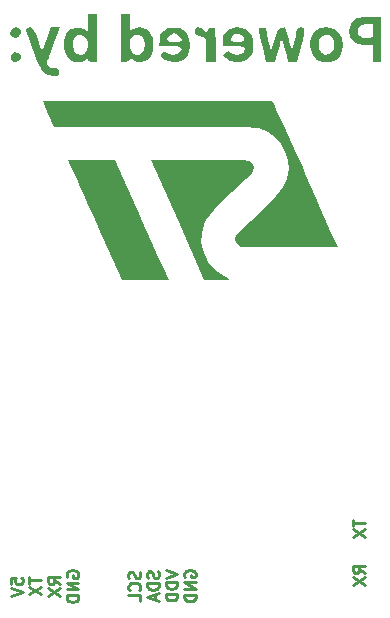
<source format=gbr>
%TF.GenerationSoftware,KiCad,Pcbnew,8.0.2*%
%TF.CreationDate,2024-07-15T20:50:26+07:00*%
%TF.ProjectId,chroma-pixel-h743,6368726f-6d61-42d7-9069-78656c2d6837,rev?*%
%TF.SameCoordinates,Original*%
%TF.FileFunction,Legend,Bot*%
%TF.FilePolarity,Positive*%
%FSLAX46Y46*%
G04 Gerber Fmt 4.6, Leading zero omitted, Abs format (unit mm)*
G04 Created by KiCad (PCBNEW 8.0.2) date 2024-07-15 20:50:26*
%MOMM*%
%LPD*%
G01*
G04 APERTURE LIST*
%ADD10C,0.250000*%
%ADD11C,0.300000*%
%ADD12C,0.000000*%
G04 APERTURE END LIST*
D10*
X141015600Y-123240149D02*
X141063219Y-123383006D01*
X141063219Y-123383006D02*
X141063219Y-123621101D01*
X141063219Y-123621101D02*
X141015600Y-123716339D01*
X141015600Y-123716339D02*
X140967980Y-123763958D01*
X140967980Y-123763958D02*
X140872742Y-123811577D01*
X140872742Y-123811577D02*
X140777504Y-123811577D01*
X140777504Y-123811577D02*
X140682266Y-123763958D01*
X140682266Y-123763958D02*
X140634647Y-123716339D01*
X140634647Y-123716339D02*
X140587028Y-123621101D01*
X140587028Y-123621101D02*
X140539409Y-123430625D01*
X140539409Y-123430625D02*
X140491790Y-123335387D01*
X140491790Y-123335387D02*
X140444171Y-123287768D01*
X140444171Y-123287768D02*
X140348933Y-123240149D01*
X140348933Y-123240149D02*
X140253695Y-123240149D01*
X140253695Y-123240149D02*
X140158457Y-123287768D01*
X140158457Y-123287768D02*
X140110838Y-123335387D01*
X140110838Y-123335387D02*
X140063219Y-123430625D01*
X140063219Y-123430625D02*
X140063219Y-123668720D01*
X140063219Y-123668720D02*
X140110838Y-123811577D01*
X141063219Y-124240149D02*
X140063219Y-124240149D01*
X140063219Y-124240149D02*
X140063219Y-124478244D01*
X140063219Y-124478244D02*
X140110838Y-124621101D01*
X140110838Y-124621101D02*
X140206076Y-124716339D01*
X140206076Y-124716339D02*
X140301314Y-124763958D01*
X140301314Y-124763958D02*
X140491790Y-124811577D01*
X140491790Y-124811577D02*
X140634647Y-124811577D01*
X140634647Y-124811577D02*
X140825123Y-124763958D01*
X140825123Y-124763958D02*
X140920361Y-124716339D01*
X140920361Y-124716339D02*
X141015600Y-124621101D01*
X141015600Y-124621101D02*
X141063219Y-124478244D01*
X141063219Y-124478244D02*
X141063219Y-124240149D01*
X140777504Y-125192530D02*
X140777504Y-125668720D01*
X141063219Y-125097292D02*
X140063219Y-125430625D01*
X140063219Y-125430625D02*
X141063219Y-125763958D01*
X132681219Y-124316396D02*
X132205028Y-123983063D01*
X132681219Y-123744968D02*
X131681219Y-123744968D01*
X131681219Y-123744968D02*
X131681219Y-124125920D01*
X131681219Y-124125920D02*
X131728838Y-124221158D01*
X131728838Y-124221158D02*
X131776457Y-124268777D01*
X131776457Y-124268777D02*
X131871695Y-124316396D01*
X131871695Y-124316396D02*
X132014552Y-124316396D01*
X132014552Y-124316396D02*
X132109790Y-124268777D01*
X132109790Y-124268777D02*
X132157409Y-124221158D01*
X132157409Y-124221158D02*
X132205028Y-124125920D01*
X132205028Y-124125920D02*
X132205028Y-123744968D01*
X131681219Y-124649730D02*
X132681219Y-125316396D01*
X131681219Y-125316396D02*
X132681219Y-124649730D01*
X130106419Y-123721158D02*
X130106419Y-124292586D01*
X131106419Y-124006872D02*
X130106419Y-124006872D01*
X130106419Y-124530682D02*
X131106419Y-125197348D01*
X130106419Y-125197348D02*
X131106419Y-124530682D01*
X143260438Y-123692530D02*
X143212819Y-123597292D01*
X143212819Y-123597292D02*
X143212819Y-123454435D01*
X143212819Y-123454435D02*
X143260438Y-123311578D01*
X143260438Y-123311578D02*
X143355676Y-123216340D01*
X143355676Y-123216340D02*
X143450914Y-123168721D01*
X143450914Y-123168721D02*
X143641390Y-123121102D01*
X143641390Y-123121102D02*
X143784247Y-123121102D01*
X143784247Y-123121102D02*
X143974723Y-123168721D01*
X143974723Y-123168721D02*
X144069961Y-123216340D01*
X144069961Y-123216340D02*
X144165200Y-123311578D01*
X144165200Y-123311578D02*
X144212819Y-123454435D01*
X144212819Y-123454435D02*
X144212819Y-123549673D01*
X144212819Y-123549673D02*
X144165200Y-123692530D01*
X144165200Y-123692530D02*
X144117580Y-123740149D01*
X144117580Y-123740149D02*
X143784247Y-123740149D01*
X143784247Y-123740149D02*
X143784247Y-123549673D01*
X144212819Y-124168721D02*
X143212819Y-124168721D01*
X143212819Y-124168721D02*
X144212819Y-124740149D01*
X144212819Y-124740149D02*
X143212819Y-124740149D01*
X144212819Y-125216340D02*
X143212819Y-125216340D01*
X143212819Y-125216340D02*
X143212819Y-125454435D01*
X143212819Y-125454435D02*
X143260438Y-125597292D01*
X143260438Y-125597292D02*
X143355676Y-125692530D01*
X143355676Y-125692530D02*
X143450914Y-125740149D01*
X143450914Y-125740149D02*
X143641390Y-125787768D01*
X143641390Y-125787768D02*
X143784247Y-125787768D01*
X143784247Y-125787768D02*
X143974723Y-125740149D01*
X143974723Y-125740149D02*
X144069961Y-125692530D01*
X144069961Y-125692530D02*
X144165200Y-125597292D01*
X144165200Y-125597292D02*
X144212819Y-125454435D01*
X144212819Y-125454435D02*
X144212819Y-125216340D01*
X139440800Y-123263959D02*
X139488419Y-123406816D01*
X139488419Y-123406816D02*
X139488419Y-123644911D01*
X139488419Y-123644911D02*
X139440800Y-123740149D01*
X139440800Y-123740149D02*
X139393180Y-123787768D01*
X139393180Y-123787768D02*
X139297942Y-123835387D01*
X139297942Y-123835387D02*
X139202704Y-123835387D01*
X139202704Y-123835387D02*
X139107466Y-123787768D01*
X139107466Y-123787768D02*
X139059847Y-123740149D01*
X139059847Y-123740149D02*
X139012228Y-123644911D01*
X139012228Y-123644911D02*
X138964609Y-123454435D01*
X138964609Y-123454435D02*
X138916990Y-123359197D01*
X138916990Y-123359197D02*
X138869371Y-123311578D01*
X138869371Y-123311578D02*
X138774133Y-123263959D01*
X138774133Y-123263959D02*
X138678895Y-123263959D01*
X138678895Y-123263959D02*
X138583657Y-123311578D01*
X138583657Y-123311578D02*
X138536038Y-123359197D01*
X138536038Y-123359197D02*
X138488419Y-123454435D01*
X138488419Y-123454435D02*
X138488419Y-123692530D01*
X138488419Y-123692530D02*
X138536038Y-123835387D01*
X139393180Y-124835387D02*
X139440800Y-124787768D01*
X139440800Y-124787768D02*
X139488419Y-124644911D01*
X139488419Y-124644911D02*
X139488419Y-124549673D01*
X139488419Y-124549673D02*
X139440800Y-124406816D01*
X139440800Y-124406816D02*
X139345561Y-124311578D01*
X139345561Y-124311578D02*
X139250323Y-124263959D01*
X139250323Y-124263959D02*
X139059847Y-124216340D01*
X139059847Y-124216340D02*
X138916990Y-124216340D01*
X138916990Y-124216340D02*
X138726514Y-124263959D01*
X138726514Y-124263959D02*
X138631276Y-124311578D01*
X138631276Y-124311578D02*
X138536038Y-124406816D01*
X138536038Y-124406816D02*
X138488419Y-124549673D01*
X138488419Y-124549673D02*
X138488419Y-124644911D01*
X138488419Y-124644911D02*
X138536038Y-124787768D01*
X138536038Y-124787768D02*
X138583657Y-124835387D01*
X139488419Y-125740149D02*
X139488419Y-125263959D01*
X139488419Y-125263959D02*
X138488419Y-125263959D01*
X128531619Y-124292586D02*
X128531619Y-123816396D01*
X128531619Y-123816396D02*
X129007809Y-123768777D01*
X129007809Y-123768777D02*
X128960190Y-123816396D01*
X128960190Y-123816396D02*
X128912571Y-123911634D01*
X128912571Y-123911634D02*
X128912571Y-124149729D01*
X128912571Y-124149729D02*
X128960190Y-124244967D01*
X128960190Y-124244967D02*
X129007809Y-124292586D01*
X129007809Y-124292586D02*
X129103047Y-124340205D01*
X129103047Y-124340205D02*
X129341142Y-124340205D01*
X129341142Y-124340205D02*
X129436380Y-124292586D01*
X129436380Y-124292586D02*
X129484000Y-124244967D01*
X129484000Y-124244967D02*
X129531619Y-124149729D01*
X129531619Y-124149729D02*
X129531619Y-123911634D01*
X129531619Y-123911634D02*
X129484000Y-123816396D01*
X129484000Y-123816396D02*
X129436380Y-123768777D01*
X128531619Y-124625920D02*
X129531619Y-124959253D01*
X129531619Y-124959253D02*
X128531619Y-125292586D01*
X133303638Y-123721158D02*
X133256019Y-123625920D01*
X133256019Y-123625920D02*
X133256019Y-123483063D01*
X133256019Y-123483063D02*
X133303638Y-123340206D01*
X133303638Y-123340206D02*
X133398876Y-123244968D01*
X133398876Y-123244968D02*
X133494114Y-123197349D01*
X133494114Y-123197349D02*
X133684590Y-123149730D01*
X133684590Y-123149730D02*
X133827447Y-123149730D01*
X133827447Y-123149730D02*
X134017923Y-123197349D01*
X134017923Y-123197349D02*
X134113161Y-123244968D01*
X134113161Y-123244968D02*
X134208400Y-123340206D01*
X134208400Y-123340206D02*
X134256019Y-123483063D01*
X134256019Y-123483063D02*
X134256019Y-123578301D01*
X134256019Y-123578301D02*
X134208400Y-123721158D01*
X134208400Y-123721158D02*
X134160780Y-123768777D01*
X134160780Y-123768777D02*
X133827447Y-123768777D01*
X133827447Y-123768777D02*
X133827447Y-123578301D01*
X134256019Y-124197349D02*
X133256019Y-124197349D01*
X133256019Y-124197349D02*
X134256019Y-124768777D01*
X134256019Y-124768777D02*
X133256019Y-124768777D01*
X134256019Y-125244968D02*
X133256019Y-125244968D01*
X133256019Y-125244968D02*
X133256019Y-125483063D01*
X133256019Y-125483063D02*
X133303638Y-125625920D01*
X133303638Y-125625920D02*
X133398876Y-125721158D01*
X133398876Y-125721158D02*
X133494114Y-125768777D01*
X133494114Y-125768777D02*
X133684590Y-125816396D01*
X133684590Y-125816396D02*
X133827447Y-125816396D01*
X133827447Y-125816396D02*
X134017923Y-125768777D01*
X134017923Y-125768777D02*
X134113161Y-125721158D01*
X134113161Y-125721158D02*
X134208400Y-125625920D01*
X134208400Y-125625920D02*
X134256019Y-125483063D01*
X134256019Y-125483063D02*
X134256019Y-125244968D01*
X141638019Y-123121102D02*
X142638019Y-123454435D01*
X142638019Y-123454435D02*
X141638019Y-123787768D01*
X142638019Y-124121102D02*
X141638019Y-124121102D01*
X141638019Y-124121102D02*
X141638019Y-124359197D01*
X141638019Y-124359197D02*
X141685638Y-124502054D01*
X141685638Y-124502054D02*
X141780876Y-124597292D01*
X141780876Y-124597292D02*
X141876114Y-124644911D01*
X141876114Y-124644911D02*
X142066590Y-124692530D01*
X142066590Y-124692530D02*
X142209447Y-124692530D01*
X142209447Y-124692530D02*
X142399923Y-124644911D01*
X142399923Y-124644911D02*
X142495161Y-124597292D01*
X142495161Y-124597292D02*
X142590400Y-124502054D01*
X142590400Y-124502054D02*
X142638019Y-124359197D01*
X142638019Y-124359197D02*
X142638019Y-124121102D01*
X142638019Y-125121102D02*
X141638019Y-125121102D01*
X141638019Y-125121102D02*
X141638019Y-125359197D01*
X141638019Y-125359197D02*
X141685638Y-125502054D01*
X141685638Y-125502054D02*
X141780876Y-125597292D01*
X141780876Y-125597292D02*
X141876114Y-125644911D01*
X141876114Y-125644911D02*
X142066590Y-125692530D01*
X142066590Y-125692530D02*
X142209447Y-125692530D01*
X142209447Y-125692530D02*
X142399923Y-125644911D01*
X142399923Y-125644911D02*
X142495161Y-125597292D01*
X142495161Y-125597292D02*
X142590400Y-125502054D01*
X142590400Y-125502054D02*
X142638019Y-125359197D01*
X142638019Y-125359197D02*
X142638019Y-125121102D01*
X157513019Y-118863168D02*
X157513019Y-119434596D01*
X158513019Y-119148882D02*
X157513019Y-119148882D01*
X157513019Y-119672692D02*
X158513019Y-120339358D01*
X157513019Y-120339358D02*
X158513019Y-119672692D01*
X158513019Y-123358406D02*
X158036828Y-123025073D01*
X158513019Y-122786978D02*
X157513019Y-122786978D01*
X157513019Y-122786978D02*
X157513019Y-123167930D01*
X157513019Y-123167930D02*
X157560638Y-123263168D01*
X157560638Y-123263168D02*
X157608257Y-123310787D01*
X157608257Y-123310787D02*
X157703495Y-123358406D01*
X157703495Y-123358406D02*
X157846352Y-123358406D01*
X157846352Y-123358406D02*
X157941590Y-123310787D01*
X157941590Y-123310787D02*
X157989209Y-123263168D01*
X157989209Y-123263168D02*
X158036828Y-123167930D01*
X158036828Y-123167930D02*
X158036828Y-122786978D01*
X157513019Y-123691740D02*
X158513019Y-124358406D01*
X157513019Y-124358406D02*
X158513019Y-123691740D01*
D11*
X145621159Y-90240857D02*
X145764017Y-90169428D01*
X145764017Y-90169428D02*
X145978302Y-90169428D01*
X145978302Y-90169428D02*
X146192588Y-90240857D01*
X146192588Y-90240857D02*
X146335445Y-90383714D01*
X146335445Y-90383714D02*
X146406874Y-90526571D01*
X146406874Y-90526571D02*
X146478302Y-90812285D01*
X146478302Y-90812285D02*
X146478302Y-91026571D01*
X146478302Y-91026571D02*
X146406874Y-91312285D01*
X146406874Y-91312285D02*
X146335445Y-91455142D01*
X146335445Y-91455142D02*
X146192588Y-91598000D01*
X146192588Y-91598000D02*
X145978302Y-91669428D01*
X145978302Y-91669428D02*
X145835445Y-91669428D01*
X145835445Y-91669428D02*
X145621159Y-91598000D01*
X145621159Y-91598000D02*
X145549731Y-91526571D01*
X145549731Y-91526571D02*
X145549731Y-91026571D01*
X145549731Y-91026571D02*
X145835445Y-91026571D01*
X144692588Y-90169428D02*
X144692588Y-90526571D01*
X145049731Y-90383714D02*
X144692588Y-90526571D01*
X144692588Y-90526571D02*
X144335445Y-90383714D01*
X144906874Y-90812285D02*
X144692588Y-90526571D01*
X144692588Y-90526571D02*
X144478302Y-90812285D01*
X143549731Y-90169428D02*
X143549731Y-90526571D01*
X143906874Y-90383714D02*
X143549731Y-90526571D01*
X143549731Y-90526571D02*
X143192588Y-90383714D01*
X143764017Y-90812285D02*
X143549731Y-90526571D01*
X143549731Y-90526571D02*
X143335445Y-90812285D01*
X142406874Y-90169428D02*
X142406874Y-90526571D01*
X142764017Y-90383714D02*
X142406874Y-90526571D01*
X142406874Y-90526571D02*
X142049731Y-90383714D01*
X142621160Y-90812285D02*
X142406874Y-90526571D01*
X142406874Y-90526571D02*
X142192588Y-90812285D01*
D12*
%TO.C,G\u002A\u002A\u002A*%
G36*
X129197916Y-77253799D02*
G01*
X129362385Y-77437274D01*
X129385015Y-77683624D01*
X129242590Y-77933957D01*
X129129516Y-78031042D01*
X128941378Y-78081947D01*
X128693158Y-77987581D01*
X128581141Y-77898792D01*
X128494867Y-77683713D01*
X128541076Y-77452055D01*
X128699465Y-77266842D01*
X128949732Y-77191100D01*
X129197916Y-77253799D01*
G37*
G36*
X129181609Y-79365373D02*
G01*
X129358403Y-79527802D01*
X129401576Y-79745148D01*
X129279732Y-79971100D01*
X129173596Y-80038895D01*
X128941977Y-80091100D01*
X128885205Y-80088001D01*
X128656115Y-79992586D01*
X128527680Y-79807541D01*
X128508348Y-79592291D01*
X128606565Y-79406260D01*
X128830780Y-79308874D01*
X128902591Y-79304174D01*
X129181609Y-79365373D01*
G37*
G36*
X139128964Y-92366100D02*
G01*
X139291592Y-92733800D01*
X139682392Y-93617105D01*
X140062170Y-94475107D01*
X140419285Y-95281536D01*
X140742101Y-96010121D01*
X141018977Y-96634590D01*
X141238277Y-97128673D01*
X141388360Y-97466100D01*
X141889860Y-98591100D01*
X139916811Y-98591100D01*
X137943762Y-98591100D01*
X135926758Y-94066100D01*
X135901176Y-94008708D01*
X135494726Y-93096737D01*
X135106018Y-92224357D01*
X134744154Y-91412009D01*
X134418235Y-90680131D01*
X134137359Y-90049162D01*
X133910629Y-89539541D01*
X133747144Y-89171707D01*
X133656004Y-88966100D01*
X133402254Y-88391100D01*
X135386662Y-88391100D01*
X137371069Y-88391100D01*
X139128964Y-92366100D01*
G37*
G36*
X144642066Y-77238568D02*
G01*
X144899732Y-77391100D01*
X144928125Y-77419261D01*
X145099482Y-77564457D01*
X145179786Y-77553174D01*
X145199732Y-77384764D01*
X145210269Y-77287192D01*
X145298730Y-77208938D01*
X145524732Y-77209764D01*
X145849732Y-77241100D01*
X145877478Y-78666100D01*
X145905224Y-80091100D01*
X145502478Y-80091100D01*
X145099732Y-80091100D01*
X145098201Y-79166100D01*
X145095727Y-78960253D01*
X145078198Y-78563007D01*
X145047667Y-78259183D01*
X145008617Y-78102051D01*
X144988909Y-78078358D01*
X144806421Y-77974656D01*
X144535148Y-77900901D01*
X144528540Y-77899832D01*
X144277322Y-77839713D01*
X144161606Y-77730865D01*
X144118397Y-77514950D01*
X144111907Y-77305623D01*
X144185079Y-77209365D01*
X144393397Y-77191100D01*
X144642066Y-77238568D01*
G37*
G36*
X156582132Y-79154165D02*
G01*
X156386128Y-79597038D01*
X156043634Y-79906772D01*
X155549732Y-80089919D01*
X155377156Y-80113209D01*
X154892145Y-80072961D01*
X154423415Y-79903774D01*
X154345599Y-79854423D01*
X154095779Y-79562603D01*
X153930755Y-79139653D01*
X153872108Y-78641100D01*
X154599732Y-78641100D01*
X154601394Y-78702586D01*
X154653332Y-79023156D01*
X154755403Y-79268849D01*
X154881088Y-79388311D01*
X155167389Y-79487225D01*
X155479698Y-79461653D01*
X155734234Y-79308225D01*
X155752993Y-79285434D01*
X155861719Y-79018504D01*
X155896902Y-78660883D01*
X155857898Y-78297516D01*
X155744062Y-78013350D01*
X155568374Y-77855369D01*
X155249732Y-77791100D01*
X155149100Y-77796954D01*
X154846215Y-77921424D01*
X154661933Y-78204322D01*
X154599732Y-78641100D01*
X153872108Y-78641100D01*
X153871161Y-78633053D01*
X153885007Y-78385821D01*
X154028017Y-77878976D01*
X154317607Y-77503865D01*
X154743348Y-77271051D01*
X155294811Y-77191100D01*
X155511969Y-77203359D01*
X155990814Y-77345408D01*
X156343999Y-77638867D01*
X156562516Y-78074007D01*
X156637357Y-78641100D01*
X156635228Y-78660883D01*
X156582132Y-79154165D01*
G37*
G36*
X159899732Y-78181997D02*
G01*
X159899732Y-80091100D01*
X159549732Y-80091100D01*
X159199732Y-80091100D01*
X159199732Y-79391100D01*
X159199732Y-78691100D01*
X158696521Y-78691100D01*
X158430291Y-78680639D01*
X157890597Y-78567055D01*
X157506195Y-78327972D01*
X157276201Y-77962669D01*
X157199732Y-77470427D01*
X157203135Y-77401941D01*
X157910759Y-77401941D01*
X157941728Y-77701105D01*
X158121983Y-77935429D01*
X158144161Y-77949787D01*
X158383466Y-78039708D01*
X158683638Y-78087016D01*
X158961297Y-78084371D01*
X159133066Y-78024433D01*
X159158398Y-77958875D01*
X159188140Y-77735646D01*
X159199732Y-77424433D01*
X159199732Y-76891100D01*
X158715231Y-76891100D01*
X158626684Y-76892411D01*
X158278085Y-76942425D01*
X158065231Y-77073974D01*
X158033917Y-77111431D01*
X157910759Y-77401941D01*
X157203135Y-77401941D01*
X157212196Y-77219554D01*
X157295592Y-76936086D01*
X157491340Y-76667677D01*
X157575839Y-76574652D01*
X157701280Y-76460515D01*
X157845191Y-76388799D01*
X158052932Y-76347387D01*
X158369861Y-76324159D01*
X158841340Y-76306997D01*
X159899732Y-76272895D01*
X159899732Y-76891100D01*
X159899732Y-78181997D01*
G37*
G36*
X147072383Y-88413892D02*
G01*
X147788990Y-88424546D01*
X148315409Y-88441758D01*
X148654473Y-88465580D01*
X148809014Y-88496067D01*
X148824459Y-88504650D01*
X149047161Y-88729561D01*
X149139019Y-89029024D01*
X149074641Y-89323901D01*
X148956734Y-89473954D01*
X148723695Y-89724805D01*
X148410051Y-90040258D01*
X148049732Y-90385180D01*
X147992886Y-90438315D01*
X147233801Y-91151796D01*
X146608400Y-91750841D01*
X146102402Y-92253288D01*
X145701526Y-92676973D01*
X145391491Y-93039733D01*
X145158018Y-93359405D01*
X144986826Y-93653825D01*
X144863634Y-93940831D01*
X144774161Y-94238259D01*
X144704128Y-94563946D01*
X144685357Y-94681100D01*
X144672899Y-95332451D01*
X144788480Y-96011762D01*
X145018114Y-96627131D01*
X145269372Y-97023339D01*
X145665046Y-97489070D01*
X146114056Y-97904584D01*
X146551094Y-98202754D01*
X146712578Y-98293486D01*
X146918997Y-98430207D01*
X146999732Y-98515928D01*
X146948047Y-98539337D01*
X146734082Y-98566079D01*
X146392461Y-98584341D01*
X145964794Y-98591100D01*
X144929856Y-98591100D01*
X142683297Y-93516100D01*
X140436738Y-88441100D01*
X144522730Y-88414986D01*
X145057280Y-88412039D01*
X146162757Y-88409741D01*
X147072383Y-88413892D01*
G37*
G36*
X140599732Y-78646021D02*
G01*
X140548906Y-79200489D01*
X140376059Y-79654521D01*
X140077452Y-79958004D01*
X139649732Y-80116122D01*
X139619755Y-80120984D01*
X139203145Y-80088248D01*
X138824732Y-79859865D01*
X138599732Y-79656237D01*
X138599732Y-79873668D01*
X138586012Y-79984903D01*
X138488758Y-80070347D01*
X138249732Y-80091100D01*
X137899732Y-80091100D01*
X137899732Y-78585498D01*
X138600737Y-78585498D01*
X138630434Y-78960053D01*
X138755403Y-79268849D01*
X138931091Y-79426830D01*
X139249732Y-79491100D01*
X139361262Y-79483953D01*
X139659802Y-79355385D01*
X139839597Y-79066608D01*
X139899732Y-78618849D01*
X139899647Y-78604206D01*
X139826243Y-78220173D01*
X139641529Y-77945148D01*
X139383525Y-77800829D01*
X139090252Y-77808913D01*
X138799732Y-77991100D01*
X138663388Y-78229474D01*
X138600737Y-78585498D01*
X137899732Y-78585498D01*
X137899732Y-78091100D01*
X137899732Y-76091100D01*
X138249732Y-76091100D01*
X138599732Y-76091100D01*
X138599732Y-76796770D01*
X138599732Y-77502440D01*
X138821983Y-77346770D01*
X138858712Y-77324076D01*
X139129062Y-77229476D01*
X139449732Y-77191100D01*
X139599272Y-77198310D01*
X140030580Y-77328001D01*
X140343935Y-77616112D01*
X140535073Y-78057249D01*
X140596748Y-78618849D01*
X140599732Y-78646021D01*
G37*
G36*
X135799732Y-80091100D02*
G01*
X135449732Y-80091100D01*
X135417856Y-80090828D01*
X135175630Y-80052042D01*
X135099732Y-79941100D01*
X135076430Y-79835326D01*
X134967203Y-79804465D01*
X134804715Y-79935096D01*
X134699744Y-80022899D01*
X134467470Y-80118922D01*
X134309705Y-80139624D01*
X133845114Y-80087453D01*
X133468231Y-79857770D01*
X133193427Y-79458031D01*
X133187585Y-79445024D01*
X133045418Y-78955765D01*
X133038596Y-78779523D01*
X133799196Y-78779523D01*
X133847161Y-79111570D01*
X133956875Y-79333957D01*
X133965062Y-79341720D01*
X134178376Y-79447482D01*
X134461978Y-79491100D01*
X134692091Y-79469526D01*
X134839502Y-79365247D01*
X134963723Y-79123039D01*
X135046836Y-78839376D01*
X135050738Y-78444838D01*
X134932128Y-78110132D01*
X134709096Y-77877978D01*
X134399732Y-77791100D01*
X134190018Y-77833347D01*
X133965231Y-77973974D01*
X133886540Y-78108083D01*
X133812487Y-78418225D01*
X133799196Y-78779523D01*
X133038596Y-78779523D01*
X133025886Y-78451181D01*
X133119395Y-77980451D01*
X133316351Y-77592751D01*
X133607162Y-77337258D01*
X133682311Y-77302077D01*
X134068288Y-77205125D01*
X134453977Y-77217088D01*
X134755620Y-77337919D01*
X134894516Y-77430979D01*
X135024732Y-77487919D01*
X135027779Y-77487474D01*
X135064146Y-77384435D01*
X135089934Y-77135552D01*
X135099732Y-76791100D01*
X135099732Y-76091100D01*
X135449732Y-76091100D01*
X135799732Y-76091100D01*
X135799732Y-78091100D01*
X135799732Y-78444838D01*
X135799732Y-80091100D01*
G37*
G36*
X132453977Y-77816100D02*
G01*
X132442424Y-77846574D01*
X132281619Y-78268414D01*
X132090677Y-78766280D01*
X131908459Y-79238818D01*
X131859306Y-79367994D01*
X131726829Y-79740913D01*
X131634439Y-80038860D01*
X131599732Y-80206676D01*
X131600425Y-80231420D01*
X131701460Y-80482462D01*
X131937628Y-80637007D01*
X132256994Y-80659292D01*
X132445360Y-80639723D01*
X132571369Y-80693353D01*
X132630394Y-80873463D01*
X132652376Y-81070002D01*
X132634634Y-81215530D01*
X132576691Y-81255465D01*
X132361801Y-81289374D01*
X132064637Y-81279400D01*
X131756389Y-81229968D01*
X131508251Y-81145505D01*
X131493255Y-81137404D01*
X131255260Y-80936270D01*
X131068345Y-80666199D01*
X131056347Y-80640503D01*
X130944430Y-80380857D01*
X130792377Y-80005530D01*
X130614419Y-79552223D01*
X130424791Y-79058633D01*
X130237724Y-78562462D01*
X130067452Y-78101408D01*
X129928208Y-77713170D01*
X129834223Y-77435449D01*
X129799732Y-77305943D01*
X129800760Y-77296818D01*
X129904381Y-77221856D01*
X130126082Y-77191100D01*
X130215010Y-77192368D01*
X130337893Y-77214603D01*
X130434783Y-77291186D01*
X130528455Y-77455808D01*
X130641683Y-77742157D01*
X130797241Y-78183925D01*
X130912129Y-78502085D01*
X131046892Y-78841142D01*
X131151320Y-79064563D01*
X131209314Y-79135178D01*
X131242293Y-79083417D01*
X131333697Y-78874780D01*
X131460062Y-78546925D01*
X131604472Y-78142353D01*
X131932366Y-77191100D01*
X132311568Y-77191100D01*
X132690770Y-77191100D01*
X132453977Y-77816100D01*
G37*
G36*
X149047588Y-78221098D02*
G01*
X149078863Y-78811939D01*
X149070205Y-78919561D01*
X149018120Y-79253282D01*
X148914334Y-79489551D01*
X148726763Y-79710223D01*
X148428320Y-79936177D01*
X148033491Y-80085639D01*
X147622356Y-80112916D01*
X147129156Y-80017220D01*
X146740067Y-79782019D01*
X146647614Y-79692800D01*
X146522906Y-79530265D01*
X146556295Y-79414949D01*
X146748761Y-79291619D01*
X146848432Y-79242445D01*
X147018060Y-79216722D01*
X147181635Y-79324721D01*
X147406140Y-79438425D01*
X147704183Y-79486113D01*
X147989073Y-79463192D01*
X148175249Y-79366100D01*
X148246719Y-79250470D01*
X148344232Y-79016100D01*
X148354872Y-78980518D01*
X148367653Y-78888950D01*
X148318793Y-78832990D01*
X148173702Y-78803873D01*
X147897792Y-78792832D01*
X147456471Y-78791100D01*
X146499732Y-78791100D01*
X146499732Y-78331100D01*
X146508005Y-78216100D01*
X147201264Y-78216100D01*
X147203702Y-78254808D01*
X147260957Y-78340047D01*
X147428046Y-78380717D01*
X147749732Y-78391100D01*
X147937233Y-78389079D01*
X148170119Y-78367310D01*
X148275204Y-78307746D01*
X148299732Y-78193405D01*
X148267920Y-78062117D01*
X148097267Y-77866332D01*
X147843307Y-77745824D01*
X147579629Y-77746285D01*
X147508048Y-77771498D01*
X147275399Y-77941257D01*
X147201264Y-78216100D01*
X146508005Y-78216100D01*
X146521785Y-78024553D01*
X146620637Y-77784288D01*
X146839732Y-77531100D01*
X146852420Y-77518455D01*
X147097615Y-77308247D01*
X147333965Y-77213423D01*
X147664732Y-77191473D01*
X148079818Y-77233519D01*
X148539872Y-77422499D01*
X148865193Y-77754822D01*
X149036755Y-78193405D01*
X149047588Y-78221098D01*
G37*
G36*
X143680456Y-78522455D02*
G01*
X143688507Y-78747853D01*
X143632559Y-79272977D01*
X143450028Y-79658319D01*
X143127043Y-79925033D01*
X142649732Y-80094270D01*
X142613550Y-80101970D01*
X142253866Y-80125598D01*
X141904918Y-80069500D01*
X141597586Y-79953581D01*
X141362751Y-79797752D01*
X141231291Y-79621919D01*
X141234086Y-79445991D01*
X141402018Y-79289876D01*
X141408402Y-79286484D01*
X141610582Y-79230089D01*
X141790925Y-79333129D01*
X141987010Y-79445696D01*
X142307126Y-79493920D01*
X142620718Y-79433268D01*
X142844062Y-79268849D01*
X142897703Y-79189958D01*
X142990606Y-79010988D01*
X142973401Y-78894885D01*
X142823675Y-78828381D01*
X142519016Y-78798209D01*
X142037010Y-78791100D01*
X141074287Y-78791100D01*
X141124162Y-78272039D01*
X141135977Y-78196770D01*
X141799732Y-78196770D01*
X141810027Y-78278519D01*
X141882556Y-78350870D01*
X142063986Y-78383494D01*
X142399732Y-78391100D01*
X142658346Y-78382136D01*
X142907184Y-78345183D01*
X142999732Y-78286554D01*
X142999325Y-78278581D01*
X142917159Y-78120511D01*
X142739943Y-77925928D01*
X142536718Y-77760801D01*
X142376529Y-77691100D01*
X142312914Y-77697968D01*
X142079707Y-77806902D01*
X141882700Y-77995917D01*
X141799732Y-78196770D01*
X141135977Y-78196770D01*
X141176167Y-77940741D01*
X141288657Y-77689069D01*
X141500789Y-77461025D01*
X141658948Y-77328828D01*
X141844199Y-77228757D01*
X142071277Y-77196837D01*
X142418442Y-77211815D01*
X142541759Y-77221878D01*
X142869261Y-77274641D01*
X143102831Y-77379804D01*
X143324607Y-77569820D01*
X143442720Y-77695922D01*
X143573839Y-77896590D01*
X143643739Y-78147083D01*
X143657381Y-78286554D01*
X143680456Y-78522455D01*
G37*
G36*
X152054083Y-78206961D02*
G01*
X152124140Y-78461993D01*
X152228277Y-78817190D01*
X152307619Y-79004582D01*
X152375741Y-79018669D01*
X152446217Y-78853951D01*
X152532622Y-78504928D01*
X152648531Y-77966100D01*
X152713668Y-77667285D01*
X152785687Y-77398643D01*
X152859332Y-77256537D01*
X152958367Y-77200758D01*
X153106554Y-77191100D01*
X153240547Y-77196719D01*
X153332190Y-77231981D01*
X153377541Y-77324319D01*
X153376332Y-77501167D01*
X153328292Y-77789958D01*
X153233154Y-78218127D01*
X153090647Y-78813105D01*
X152781562Y-80091100D01*
X152405794Y-80091100D01*
X152030025Y-80091100D01*
X151802709Y-79216100D01*
X151787080Y-79156179D01*
X151655944Y-78681978D01*
X151555376Y-78388788D01*
X151477336Y-78262958D01*
X151413786Y-78290838D01*
X151356686Y-78458778D01*
X151298504Y-78680714D01*
X151201396Y-79029448D01*
X151089773Y-79416100D01*
X150891263Y-80091100D01*
X150517954Y-80091100D01*
X150144644Y-80091100D01*
X149864073Y-78866100D01*
X149860499Y-78850499D01*
X149748308Y-78361148D01*
X149648490Y-77926606D01*
X149571789Y-77593590D01*
X149528949Y-77408819D01*
X149510594Y-77261427D01*
X149586325Y-77200979D01*
X149809716Y-77208819D01*
X150145035Y-77241100D01*
X150335877Y-78219273D01*
X150393277Y-78503682D01*
X150470382Y-78853293D01*
X150530208Y-79085624D01*
X150563176Y-79160989D01*
X150583587Y-79115313D01*
X150652800Y-78912166D01*
X150754782Y-78586913D01*
X150875713Y-78182816D01*
X150910261Y-78065258D01*
X151030298Y-77673307D01*
X151123384Y-77428552D01*
X151211643Y-77294326D01*
X151317198Y-77233957D01*
X151462174Y-77210777D01*
X151772556Y-77180455D01*
X152054083Y-78206961D01*
G37*
G36*
X145398934Y-83412427D02*
G01*
X146523074Y-83414828D01*
X147543345Y-83418599D01*
X148446013Y-83423670D01*
X149217346Y-83429970D01*
X149843611Y-83437428D01*
X150311077Y-83445974D01*
X150606009Y-83455536D01*
X150714676Y-83466043D01*
X150717080Y-83469638D01*
X150777379Y-83593945D01*
X150909174Y-83879967D01*
X151104282Y-84309342D01*
X151354519Y-84863709D01*
X151651701Y-85524705D01*
X151987642Y-86273968D01*
X152354160Y-87093135D01*
X152743069Y-87963845D01*
X153146187Y-88867735D01*
X153555327Y-89786444D01*
X153962307Y-90701608D01*
X154358943Y-91594866D01*
X154737049Y-92447856D01*
X155088442Y-93242215D01*
X155404937Y-93959581D01*
X155678352Y-94581592D01*
X155900500Y-95089885D01*
X156063198Y-95466100D01*
X156202417Y-95791100D01*
X152096529Y-95791100D01*
X147990642Y-95791100D01*
X147735609Y-95536067D01*
X147630841Y-95410934D01*
X147533066Y-95112913D01*
X147632001Y-94794227D01*
X147928302Y-94451179D01*
X147958306Y-94423894D01*
X148159492Y-94237440D01*
X148471610Y-93945158D01*
X148867502Y-93572593D01*
X149320010Y-93145288D01*
X149801977Y-92688788D01*
X150008711Y-92491883D01*
X150580567Y-91933648D01*
X151024971Y-91469688D01*
X151361155Y-91073352D01*
X151608348Y-90717990D01*
X151785782Y-90376952D01*
X151912687Y-90023588D01*
X152008294Y-89631247D01*
X152064382Y-89187988D01*
X152010523Y-88444845D01*
X151786191Y-87730596D01*
X151409474Y-87073861D01*
X150898458Y-86503260D01*
X150271232Y-86047412D01*
X149545881Y-85734937D01*
X149438452Y-85709934D01*
X149276515Y-85686882D01*
X149051831Y-85666868D01*
X148751921Y-85649689D01*
X148364309Y-85635141D01*
X147876516Y-85623020D01*
X147276067Y-85613123D01*
X146550483Y-85605245D01*
X145687287Y-85599184D01*
X144674002Y-85594735D01*
X143498151Y-85591695D01*
X142147256Y-85589860D01*
X140608839Y-85589027D01*
X132149732Y-85586954D01*
X131690118Y-84514027D01*
X131230504Y-83441100D01*
X140934620Y-83415602D01*
X141540622Y-83414157D01*
X142893975Y-83412021D01*
X144184657Y-83411468D01*
X145398934Y-83412427D01*
G37*
%TD*%
M02*

</source>
